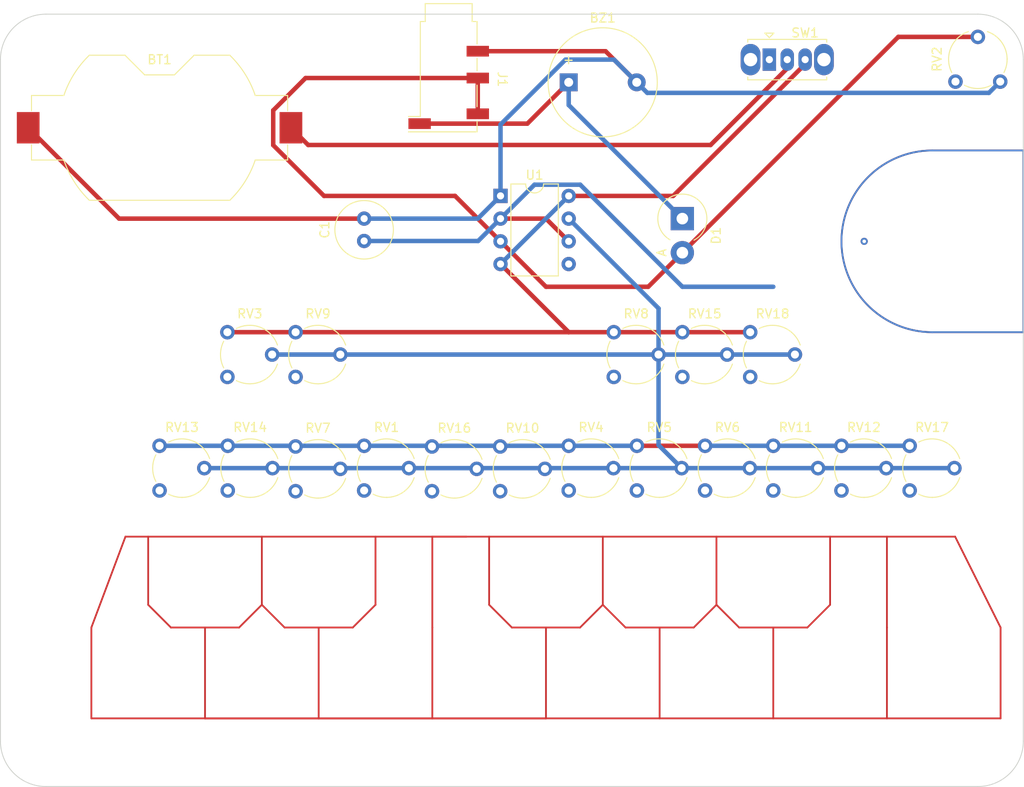
<source format=kicad_pcb>
(kicad_pcb (version 20221018) (generator pcbnew)
  (layers (0 "F.Cu" signal) (31 "B.Cu" signal) (34 "B.Paste" user) (35 "F.Paste" user) (36 "B.SilkS" user "B.Silkscreen") (37 "F.SilkS" user "F.Silkscreen") (38 "B.Mask" user) (39 "F.Mask" user) (44 "Edge.Cuts" user))
  (net 0 "")
  (net 1 "Net-(BT1-+)")
  (net 2 "Net-(BT1--)")
  (net 3 "Net-(BZ1--)")
  (net 4 "Net-(D1-A2)")
  (net 5 "Net-(U1-DIS)")
  (net 8 "Net-(U1-R)")
  (footprint "Potentiometer_THT:Potentiometer_Piher_PT-6-V_Vertical" (layer "F.Cu") (at 86.32 65.96)
    (fp_text reference "RV8" (at 2.5 -7.06) (layer "F.SilkS"))
    (fp_text value "R_Potentiometer" hide)
    (fp_arc (start -0.413387 -1.014798) (mid -0.770114 -2.499325) (end -0.414 -3.984) (stroke (width 0.12)) (layer "F.SilkS"))
    (fp_arc (start 1.016032 -5.413829) (mid 3.725524 -5.531609) (end 5.592 -3.564) (stroke (width 0.12)) (layer "F.SilkS"))
    (fp_arc (start 2.556863 0.770075) (mid 1.764071 0.686696) (end 1.015 0.414) (stroke (width 0.12)) (layer "F.SilkS"))
    (fp_arc (start 5.591846 -1.435392) (mid 4.398899 0.162158) (end 2.5 0.77) (stroke (width 0.12)) (layer "F.SilkS"))
    (pad "1" thru_hole circle (at 0 0) (size 1.62 1.62) (drill 0.9) (layers "*.Cu" "*.Mask") (net 2 "Net-(BT1--)"))
    (pad "2" thru_hole circle (at 5 -2.5) (size 1.62 1.62) (drill 0.9) (layers "*.Cu" "*.Mask") (net 5 "Net-(U1-DIS)"))
    (pad "3" thru_hole circle (at 0 -5) (size 1.62 1.62) (drill 0.9) (layers "*.Cu" "*.Mask") (net 8 "Net-(U1-R)"))
  )
  (footprint "Potentiometer_THT:Potentiometer_Piher_PT-6-V_Vertical" (layer "F.Cu") (at 43.14 65.96)
    (fp_text reference "RV3" (at 2.5 -7.06) (layer "F.SilkS"))
    (fp_text value "R_Potentiometer" hide)
    (fp_arc (start -0.413387 -1.014798) (mid -0.770114 -2.499325) (end -0.414 -3.984) (stroke (width 0.12)) (layer "F.SilkS"))
    (fp_arc (start 1.016032 -5.413829) (mid 3.725524 -5.531609) (end 5.592 -3.564) (stroke (width 0.12)) (layer "F.SilkS"))
    (fp_arc (start 2.556863 0.770075) (mid 1.764071 0.686696) (end 1.015 0.414) (stroke (width 0.12)) (layer "F.SilkS"))
    (fp_arc (start 5.591846 -1.435392) (mid 4.398899 0.162158) (end 2.5 0.77) (stroke (width 0.12)) (layer "F.SilkS"))
    (pad "1" thru_hole circle (at 0 0) (size 1.62 1.62) (drill 0.9) (layers "*.Cu" "*.Mask") (net 2 "Net-(BT1--)"))
    (pad "2" thru_hole circle (at 5 -2.5) (size 1.62 1.62) (drill 0.9) (layers "*.Cu" "*.Mask") (net 5 "Net-(U1-DIS)"))
    (pad "3" thru_hole circle (at 0 -5) (size 1.62 1.62) (drill 0.9) (layers "*.Cu" "*.Mask") (net 8 "Net-(U1-R)"))
  )
  (footprint "Potentiometer_THT:Potentiometer_Piher_PT-6-V_Vertical" (layer "F.Cu") (at 101.56 65.96)
    (fp_text reference "RV18" (at 2.5 -7.06) (layer "F.SilkS"))
    (fp_text value "R_Potentiometer" hide)
    (fp_arc (start -0.413387 -1.014798) (mid -0.770114 -2.499325) (end -0.414 -3.984) (stroke (width 0.12)) (layer "F.SilkS"))
    (fp_arc (start 1.016032 -5.413829) (mid 3.725524 -5.531609) (end 5.592 -3.564) (stroke (width 0.12)) (layer "F.SilkS"))
    (fp_arc (start 2.556863 0.770075) (mid 1.764071 0.686696) (end 1.015 0.414) (stroke (width 0.12)) (layer "F.SilkS"))
    (fp_arc (start 5.591846 -1.435392) (mid 4.398899 0.162158) (end 2.5 0.77) (stroke (width 0.12)) (layer "F.SilkS"))
    (pad "1" thru_hole circle (at 0 0) (size 1.62 1.62) (drill 0.9) (layers "*.Cu" "*.Mask") (net 2 "Net-(BT1--)"))
    (pad "2" thru_hole circle (at 5 -2.5) (size 1.62 1.62) (drill 0.9) (layers "*.Cu" "*.Mask") (net 5 "Net-(U1-DIS)"))
    (pad "3" thru_hole circle (at 0 -5) (size 1.62 1.62) (drill 0.9) (layers "*.Cu" "*.Mask") (net 8 "Net-(U1-R)"))
  )
  (footprint "Potentiometer_THT:Potentiometer_Piher_PT-6-V_Vertical" (layer "F.Cu") (at 66 78.74)
    (fp_text reference "RV16" (at 2.5 -7.06) (layer "F.SilkS"))
    (fp_text value "R_Potentiometer" hide)
    (fp_arc (start -0.413387 -1.014798) (mid -0.770114 -2.499325) (end -0.414 -3.984) (stroke (width 0.12)) (layer "F.SilkS"))
    (fp_arc (start 1.016032 -5.413829) (mid 3.725524 -5.531609) (end 5.592 -3.564) (stroke (width 0.12)) (layer "F.SilkS"))
    (fp_arc (start 2.556863 0.770075) (mid 1.764071 0.686696) (end 1.015 0.414) (stroke (width 0.12)) (layer "F.SilkS"))
    (fp_arc (start 5.591846 -1.435392) (mid 4.398899 0.162158) (end 2.5 0.77) (stroke (width 0.12)) (layer "F.SilkS"))
    (pad "1" thru_hole circle (at 0 0) (size 1.62 1.62) (drill 0.9) (layers "*.Cu" "*.Mask") (net 2 "Net-(BT1--)"))
    (pad "2" thru_hole circle (at 5 -2.5) (size 1.62 1.62) (drill 0.9) (layers "*.Cu" "*.Mask") (net 5 "Net-(U1-DIS)"))
    (pad "3" thru_hole circle (at 0 -5) (size 1.62 1.62) (drill 0.9) (layers "*.Cu" "*.Mask") (net 8 "Net-(U1-R)"))
  )
  (footprint "Potentiometer_THT:Potentiometer_Piher_PT-6-V_Vertical" (layer "F.Cu") (at 58.42 78.66)
    (fp_text reference "RV1" (at 2.5 -7.06) (layer "F.SilkS"))
    (fp_text value "R_Potentiometer" hide)
    (fp_arc (start -0.413387 -1.014798) (mid -0.770114 -2.499325) (end -0.414 -3.984) (stroke (width 0.12)) (layer "F.SilkS"))
    (fp_arc (start 1.016032 -5.413829) (mid 3.725524 -5.531609) (end 5.592 -3.564) (stroke (width 0.12)) (layer "F.SilkS"))
    (fp_arc (start 2.556863 0.770075) (mid 1.764071 0.686696) (end 1.015 0.414) (stroke (width 0.12)) (layer "F.SilkS"))
    (fp_arc (start 5.591846 -1.435392) (mid 4.398899 0.162158) (end 2.5 0.77) (stroke (width 0.12)) (layer "F.SilkS"))
    (pad "1" thru_hole circle (at 0 0) (size 1.62 1.62) (drill 0.9) (layers "*.Cu" "*.Mask") (net 2 "Net-(BT1--)"))
    (pad "2" thru_hole circle (at 5 -2.5) (size 1.62 1.62) (drill 0.9) (layers "*.Cu" "*.Mask") (net 5 "Net-(U1-DIS)"))
    (pad "3" thru_hole circle (at 0 -5) (size 1.62 1.62) (drill 0.9) (layers "*.Cu" "*.Mask") (net 8 "Net-(U1-R)"))
  )
  (footprint "Button_Switch_THT:SW_Slide_1P2T_CK_OS102011MS2Q" (layer "F.Cu") (at 103.7 30.48)
    (fp_text reference "SW1" (at 3.99 -2.99) (layer "F.SilkS"))
    (fp_text value "SW_MEC_5G")
    (fp_line (start -2.41 -2.26) (end 6.41 -2.26) (stroke (width 0.12)) (layer "F.SilkS"))
    (fp_line (start -2.41 -1.95) (end -2.41 -2.26) (stroke (width 0.12)) (layer "F.SilkS"))
    (fp_line (start -2.41 2.26) (end -2.41 1.95) (stroke (width 0.12)) (layer "F.SilkS"))
    (fp_line (start -0.5 -2.96) (end 0 -2.46) (stroke (width 0.12)) (layer "F.SilkS"))
    (fp_line (start 0 -2.46) (end 0.5 -2.96) (stroke (width 0.12)) (layer "F.SilkS"))
    (fp_line (start 0.5 -2.96) (end -0.5 -2.96) (stroke (width 0.12)) (layer "F.SilkS"))
    (fp_line (start 6.41 -2.26) (end 6.41 -1.95) (stroke (width 0.12)) (layer "F.SilkS"))
    (fp_line (start 6.41 2.26) (end -2.41 2.26) (stroke (width 0.12)) (layer "F.SilkS"))
    (fp_line (start 6.41 2.26) (end 6.41 1.95) (stroke (width 0.12)) (layer "F.SilkS"))
    (pad "" thru_hole oval (at -2.1 0) (size 2.2 3.5) (drill 1.5) (layers "*.Cu" "*.Mask"))
    (pad "" thru_hole oval (at 6.1 0) (size 2.2 3.5) (drill 1.5) (layers "*.Cu" "*.Mask"))
    (pad "1" thru_hole rect (at 0 0) (size 1.5 2.5) (drill 0.8) (layers "*.Cu" "*.Mask") (net 1 "Net-(BT1-+)"))
    (pad "2" thru_hole oval (at 2 0) (size 1.5 2.5) (drill 0.8) (layers "*.Cu" "*.Mask") (net 1 "Net-(BT1-+)"))
    (pad "3" thru_hole oval (at 4 0) (size 1.5 2.5) (drill 0.8) (layers "*.Cu" "*.Mask") (net 8 "Net-(U1-R)"))
  )
  (footprint "Potentiometer_THT:Potentiometer_Piher_PT-6-V_Vertical" (layer "F.Cu") (at 111.76 78.66)
    (fp_text reference "RV12" (at 2.5 -7.06) (layer "F.SilkS"))
    (fp_text value "R_Potentiometer" hide)
    (fp_arc (start -0.413387 -1.014798) (mid -0.770114 -2.499325) (end -0.414 -3.984) (stroke (width 0.12)) (layer "F.SilkS"))
    (fp_arc (start 1.016032 -5.413829) (mid 3.725524 -5.531609) (end 5.592 -3.564) (stroke (width 0.12)) (layer "F.SilkS"))
    (fp_arc (start 2.556863 0.770075) (mid 1.764071 0.686696) (end 1.015 0.414) (stroke (width 0.12)) (layer "F.SilkS"))
    (fp_arc (start 5.591846 -1.435392) (mid 4.398899 0.162158) (end 2.5 0.77) (stroke (width 0.12)) (layer "F.SilkS"))
    (pad "1" thru_hole circle (at 0 0) (size 1.62 1.62) (drill 0.9) (layers "*.Cu" "*.Mask") (net 2 "Net-(BT1--)"))
    (pad "2" thru_hole circle (at 5 -2.5) (size 1.62 1.62) (drill 0.9) (layers "*.Cu" "*.Mask") (net 5 "Net-(U1-DIS)"))
    (pad "3" thru_hole circle (at 0 -5) (size 1.62 1.62) (drill 0.9) (layers "*.Cu" "*.Mask") (net 8 "Net-(U1-R)"))
  )
  (footprint "Potentiometer_THT:Potentiometer_Piher_PT-6-V_Vertical" (layer "F.Cu") (at 129.5 32.94 90)
    (fp_text reference "RV2" (at 2.5 -7.06 90) (layer "F.SilkS"))
    (fp_text value "R_Potentiometer" hide)
    (fp_arc (start -0.413387 -1.014798) (mid -0.770114 -2.499325) (end -0.414 -3.984) (stroke (width 0.12)) (layer "F.SilkS"))
    (fp_arc (start 1.016032 -5.413829) (mid 3.725524 -5.531609) (end 5.592 -3.564) (stroke (width 0.12)) (layer "F.SilkS"))
    (fp_arc (start 2.556863 0.770075) (mid 1.764071 0.686696) (end 1.015 0.414) (stroke (width 0.12)) (layer "F.SilkS"))
    (fp_arc (start 5.591846 -1.435392) (mid 4.398899 0.162158) (end 2.5 0.77) (stroke (width 0.12)) (layer "F.SilkS"))
    (pad "1" thru_hole circle (at 0 0 90) (size 1.62 1.62) (drill 0.9) (layers "*.Cu" "*.Mask") (net 2 "Net-(BT1--)"))
    (pad "2" thru_hole circle (at 5 -2.5 90) (size 1.62 1.62) (drill 0.9) (layers "*.Cu" "*.Mask") (net 4 "Net-(D1-A2)"))
    (pad "3" thru_hole circle (at 0 -5 90) (size 1.62 1.62) (drill 0.9) (layers "*.Cu" "*.Mask"))
  )
  (footprint "Potentiometer_THT:Potentiometer_Piher_PT-6-V_Vertical" (layer "F.Cu") (at 73.62 78.74)
    (fp_text reference "RV10" (at 2.5 -7.06) (layer "F.SilkS"))
    (fp_text value "R_Potentiometer" hide)
    (fp_arc (start -0.413387 -1.014798) (mid -0.770114 -2.499325) (end -0.414 -3.984) (stroke (width 0.12)) (layer "F.SilkS"))
    (fp_arc (start 1.016032 -5.413829) (mid 3.725524 -5.531609) (end 5.592 -3.564) (stroke (width 0.12)) (layer "F.SilkS"))
    (fp_arc (start 2.556863 0.770075) (mid 1.764071 0.686696) (end 1.015 0.414) (stroke (width 0.12)) (layer "F.SilkS"))
    (fp_arc (start 5.591846 -1.435392) (mid 4.398899 0.162158) (end 2.5 0.77) (stroke (width 0.12)) (layer "F.SilkS"))
    (pad "1" thru_hole circle (at 0 0) (size 1.62 1.62) (drill 0.9) (layers "*.Cu" "*.Mask") (net 2 "Net-(BT1--)"))
    (pad "2" thru_hole circle (at 5 -2.5) (size 1.62 1.62) (drill 0.9) (layers "*.Cu" "*.Mask") (net 5 "Net-(U1-DIS)"))
    (pad "3" thru_hole circle (at 0 -5) (size 1.62 1.62) (drill 0.9) (layers "*.Cu" "*.Mask") (net 8 "Net-(U1-R)"))
  )
  (footprint "Connector_Audio:Jack_3.5mm_KoreanHropartsElec_PJ-320D-4A_Horizontal" (layer "F.Cu") (at 67.87 32.69 -90)
    (fp_text reference "J1" (at 0 -6 -90 unlocked) (layer "F.SilkS"))
    (fp_text value "AudioJack4")
    (fp_line (start -8.47 -2.62) (end -6.47 -2.62) (stroke (width 0.12)) (layer "F.SilkS"))
    (fp_line (start -8.47 2.62) (end -8.47 -2.62) (stroke (width 0.12)) (layer "F.SilkS"))
    (fp_line (start -6.47 -3.17) (end -3.95 -3.17) (stroke (width 0.12)) (layer "F.SilkS"))
    (fp_line (start -6.47 -2.62) (end -6.47 -3.17) (stroke (width 0.12)) (layer "F.SilkS"))
    (fp_line (start -6.47 2.62) (end -8.47 2.62) (stroke (width 0.12)) (layer "F.SilkS"))
    (fp_line (start -6.47 3.17) (end -6.47 2.62) (stroke (width 0.12)) (layer "F.SilkS"))
    (fp_line (start -2.35 -3.17) (end -0.95 -3.17) (stroke (width 0.12)) (layer "F.SilkS"))
    (fp_line (start 0.65 -3.17) (end 3.05 -3.17) (stroke (width 0.12)) (layer "F.SilkS"))
    (fp_line (start 4.15 3.17) (end -6.47 3.17) (stroke (width 0.12)) (layer "F.SilkS"))
    (fp_line (start 4.15 4.5) (end 4.15 3.17) (stroke (width 0.12)) (layer "F.SilkS"))
    (fp_line (start 5.87 -3.17) (end 4.65 -3.17) (stroke (width 0.12)) (layer "F.SilkS"))
    (fp_line (start 5.87 -3.17) (end 5.87 4.5) (stroke (width 0.12)) (layer "F.SilkS"))
    (pad "" np_thru_hole circle (at -4.75 0 270) (size 1.6 1.6) (drill 1.6) (layers "F&B.Cu" "*.Mask"))
    (pad "" np_thru_hole circle (at 2.25 0 270) (size 1.6 1.6) (drill 1.6) (layers "F&B.Cu" "*.Mask"))
    (pad "R1" smd rect (at -0.15 -3.25 270) (size 1.2 2.5) (layers "F.Cu" "F.Paste" "F.Mask") (net 4 "Net-(D1-A2)"))
    (pad "R2" smd rect (at -3.15 -3.25 270) (size 1.2 2.5) (layers "F.Cu" "F.Paste" "F.Mask") (net 2 "Net-(BT1--)"))
    (pad "S" smd rect (at 4.95 3.25 270) (size 1.2 2.5) (layers "F.Cu" "F.Paste" "F.Mask") (net 3 "Net-(BZ1--)"))
    (pad "T" smd rect (at 3.85 -3.25 270) (size 1.2 2.5) (layers "F.Cu" "F.Paste" "F.Mask") (net 4 "Net-(D1-A2)"))
  )
  (footprint "Potentiometer_THT:Potentiometer_Piher_PT-6-V_Vertical" (layer "F.Cu") (at 43.18 78.66)
    (fp_text reference "RV14" (at 2.5 -7.06) (layer "F.SilkS"))
    (fp_text value "R_Potentiometer" hide)
    (fp_arc (start -0.413387 -1.014798) (mid -0.770114 -2.499325) (end -0.414 -3.984) (stroke (width 0.12)) (layer "F.SilkS"))
    (fp_arc (start 1.016032 -5.413829) (mid 3.725524 -5.531609) (end 5.592 -3.564) (stroke (width 0.12)) (layer "F.SilkS"))
    (fp_arc (start 2.556863 0.770075) (mid 1.764071 0.686696) (end 1.015 0.414) (stroke (width 0.12)) (layer "F.SilkS"))
    (fp_arc (start 5.591846 -1.435392) (mid 4.398899 0.162158) (end 2.5 0.77) (stroke (width 0.12)) (layer "F.SilkS"))
    (pad "1" thru_hole circle (at 0 0) (size 1.62 1.62) (drill 0.9) (layers "*.Cu" "*.Mask") (net 2 "Net-(BT1--)"))
    (pad "2" thru_hole circle (at 5 -2.5) (size 1.62 1.62) (drill 0.9) (layers "*.Cu" "*.Mask") (net 5 "Net-(U1-DIS)"))
    (pad "3" thru_hole circle (at 0 -5) (size 1.62 1.62) (drill 0.9) (layers "*.Cu" "*.Mask") (net 8 "Net-(U1-R)"))
  )
  (footprint "Potentiometer_THT:Potentiometer_Piher_PT-6-V_Vertical" (layer "F.Cu") (at 104.14 78.66)
    (fp_text reference "RV11" (at 2.5 -7.06) (layer "F.SilkS"))
    (fp_text value "R_Potentiometer" hide)
    (fp_arc (start -0.413387 -1.014798) (mid -0.770114 -2.499325) (end -0.414 -3.984) (stroke (width 0.12)) (layer "F.SilkS"))
    (fp_arc (start 1.016032 -5.413829) (mid 3.725524 -5.531609) (end 5.592 -3.564) (stroke (width 0.12)) (layer "F.SilkS"))
    (fp_arc (start 2.556863 0.770075) (mid 1.764071 0.686696) (end 1.015 0.414) (stroke (width 0.12)) (layer "F.SilkS"))
    (fp_arc (start 5.591846 -1.435392) (mid 4.398899 0.162158) (end 2.5 0.77) (stroke (width 0.12)) (layer "F.SilkS"))
    (pad "1" thru_hole circle (at 0 0) (size 1.62 1.62) (drill 0.9) (layers "*.Cu" "*.Mask") (net 2 "Net-(BT1--)"))
    (pad "2" thru_hole circle (at 5 -2.5) (size 1.62 1.62) (drill 0.9) (layers "*.Cu" "*.Mask") (net 5 "Net-(U1-DIS)"))
    (pad "3" thru_hole circle (at 0 -5) (size 1.62 1.62) (drill 0.9) (layers "*.Cu" "*.Mask") (net 8 "Net-(U1-R)"))
  )
  (footprint "Potentiometer_THT:Potentiometer_Piher_PT-6-V_Vertical" (layer "F.Cu") (at 96.52 78.66)
    (fp_text reference "RV6" (at 2.5 -7.06) (layer "F.SilkS"))
    (fp_text value "R_Potentiometer" hide)
    (fp_arc (start -0.413387 -1.014798) (mid -0.770114 -2.499325) (end -0.414 -3.984) (stroke (width 0.12)) (layer "F.SilkS"))
    (fp_arc (start 1.016032 -5.413829) (mid 3.725524 -5.531609) (end 5.592 -3.564) (stroke (width 0.12)) (layer "F.SilkS"))
    (fp_arc (start 2.556863 0.770075) (mid 1.764071 0.686696) (end 1.015 0.414) (stroke (width 0.12)) (layer "F.SilkS"))
    (fp_arc (start 5.591846 -1.435392) (mid 4.398899 0.162158) (end 2.5 0.77) (stroke (width 0.12)) (layer "F.SilkS"))
    (pad "1" thru_hole circle (at 0 0) (size 1.62 1.62) (drill 0.9) (layers "*.Cu" "*.Mask") (net 2 "Net-(BT1--)"))
    (pad "2" thru_hole circle (at 5 -2.5) (size 1.62 1.62) (drill 0.9) (layers "*.Cu" "*.Mask") (net 5 "Net-(U1-DIS)"))
    (pad "3" thru_hole circle (at 0 -5) (size 1.62 1.62) (drill 0.9) (layers "*.Cu" "*.Mask") (net 8 "Net-(U1-R)"))
  )
  (footprint "Potentiometer_THT:Potentiometer_Piher_PT-6-V_Vertical" (layer "F.Cu") (at 50.76 78.74)
    (fp_text reference "RV7" (at 2.5 -7.06) (layer "F.SilkS"))
    (fp_text value "R_Potentiometer" hide)
    (fp_arc (start -0.413387 -1.014798) (mid -0.770114 -2.499325) (end -0.414 -3.984) (stroke (width 0.12)) (layer "F.SilkS"))
    (fp_arc (start 1.016032 -5.413829) (mid 3.725524 -5.531609) (end 5.592 -3.564) (stroke (width 0.12)) (layer "F.SilkS"))
    (fp_arc (start 2.556863 0.770075) (mid 1.764071 0.686696) (end 1.015 0.414) (stroke (width 0.12)) (layer "F.SilkS"))
    (fp_arc (start 5.591846 -1.435392) (mid 4.398899 0.162158) (end 2.5 0.77) (stroke (width 0.12)) (layer "F.SilkS"))
    (pad "1" thru_hole circle (at 0 0) (size 1.62 1.62) (drill 0.9) (layers "*.Cu" "*.Mask") (net 2 "Net-(BT1--)"))
    (pad "2" thru_hole circle (at 5 -2.5) (size 1.62 1.62) (drill 0.9) (layers "*.Cu" "*.Mask") (net 5 "Net-(U1-DIS)"))
    (pad "3" thru_hole circle (at 0 -5) (size 1.62 1.62) (drill 0.9) (layers "*.Cu" "*.Mask") (net 8 "Net-(U1-R)"))
  )
  (footprint "Buzzer_Beeper:Buzzer_12x9.5RM7.6" (layer "F.Cu") (at 81.28 33.02)
    (fp_text reference "BZ1" (at 3.8 -7.2) (layer "F.SilkS"))
    (fp_text value "Buzzer")
    (fp_text user "+" (at -0.01 -2.54) (layer "F.SilkS"))
    (fp_circle (center 3.8 0) (end 9.9 0) (stroke (width 0.12)) (fill none) (layer "F.SilkS"))
    (pad "1" thru_hole rect (at 0 0) (size 2 2) (drill 1) (layers "*.Cu" "*.Mask") (net 3 "Net-(BZ1--)"))
    (pad "2" thru_hole circle (at 7.6 0) (size 2 2) (drill 1) (layers "*.Cu" "*.Mask") (net 2 "Net-(BT1--)"))
  )
  (footprint "Capacitor_THT:C_Radial_D6.3mm_H5.0mm_P2.50mm" (layer "F.Cu") (at 58.42 50.76 90)
    (fp_text reference "C1" (at 1.25 -4.4 90) (layer "F.SilkS"))
    (fp_text value "C")
    (fp_circle (center 1.25 0) (end 4.52 0) (stroke (width 0.12)) (fill none) (layer "F.SilkS"))
    (pad "1" thru_hole circle (at 0 0 90) (size 1.6 1.6) (drill 0.8) (layers "*.Cu" "*.Mask") (net 2 "Net-(BT1--)"))
    (pad "2" thru_hole circle (at 2.5 0 90) (size 1.6 1.6) (drill 0.8) (layers "*.Cu" "*.Mask") (net 2 "Net-(BT1--)"))
  )
  (footprint "Package_DIP:DIP-8_W7.62mm" (layer "F.Cu") (at 73.66 45.72)
    (fp_text reference "U1" (at 3.81 -2.33) (layer "F.SilkS"))
    (fp_text value "NE555P")
    (fp_line (start 1.16 -1.33) (end 1.16 8.95) (stroke (width 0.12)) (layer "F.SilkS"))
    (fp_line (start 1.16 8.95) (end 6.46 8.95) (stroke (width 0.12)) (layer "F.SilkS"))
    (fp_line (start 2.81 -1.33) (end 1.16 -1.33) (stroke (width 0.12)) (layer "F.SilkS"))
    (fp_line (start 6.46 -1.33) (end 4.81 -1.33) (stroke (width 0.12)) (layer "F.SilkS"))
    (fp_line (start 6.46 8.95) (end 6.46 -1.33) (stroke (width 0.12)) (layer "F.SilkS"))
    (fp_arc (start 4.81 -1.33) (mid 3.81 -0.33) (end 2.81 -1.33) (stroke (width 0.12)) (layer "F.SilkS"))
    (pad "1" thru_hole rect (at 0 0) (size 1.6 1.6) (drill 0.8) (layers "*.Cu" "*.Mask") (net 2 "Net-(BT1--)"))
    (pad "2" thru_hole oval (at 0 2.54) (size 1.6 1.6) (drill 0.8) (layers "*.Cu" "*.Mask") (net 2 "Net-(BT1--)"))
    (pad "3" thru_hole oval (at 0 5.08) (size 1.6 1.6) (drill 0.8) (layers "*.Cu" "*.Mask") (net 4 "Net-(D1-A2)"))
    (pad "4" thru_hole oval (at 0 7.62) (size 1.6 1.6) (drill 0.8) (layers "*.Cu" "*.Mask") (net 8 "Net-(U1-R)"))
    (pad "5" thru_hole oval (at 7.62 7.62) (size 1.6 1.6) (drill 0.8) (layers "*.Cu" "*.Mask"))
    (pad "6" thru_hole oval (at 7.62 5.08) (size 1.6 1.6) (drill 0.8) (layers "*.Cu" "*.Mask") (net 2 "Net-(BT1--)"))
    (pad "7" thru_hole oval (at 7.62 2.54) (size 1.6 1.6) (drill 0.8) (layers "*.Cu" "*.Mask") (net 5 "Net-(U1-DIS)"))
    (pad "8" thru_hole oval (at 7.62 0) (size 1.6 1.6) (drill 0.8) (layers "*.Cu" "*.Mask") (net 8 "Net-(U1-R)"))
  )
  (footprint "Diode_THT:D_DO-201AE_P3.81mm_Vertical_AnodeUp" (layer "F.Cu") (at 93.98 48.26 -90)
    (fp_text reference "D1" (at 1.905 -3.77 90) (layer "F.SilkS"))
    (fp_text value "1.5KExxA")
    (fp_text user "A" (at 3.81 2.3 90) (layer "F.SilkS"))
    (fp_arc (start 2.361782 1.391144) (mid -2.74054 -0.052312) (end 2.413151 -1.3) (stroke (width 0.12)) (layer "F.SilkS"))
    (pad "1" thru_hole rect (at 0 0 270) (size 2.6 2.6) (drill 1.3) (layers "*.Cu" "*.Mask") (net 3 "Net-(BZ1--)"))
    (pad "2" thru_hole oval (at 3.81 0 270) (size 2.6 2.6) (drill 1.3) (layers "*.Cu" "*.Mask") (net 4 "Net-(D1-A2)"))
  )
  (footprint "Potentiometer_THT:Potentiometer_Piher_PT-6-V_Vertical" (layer "F.Cu") (at 119.38 78.66)
    (fp_text reference "RV17" (at 2.5 -7.06) (layer "F.SilkS"))
    (fp_text value "R_Potentiometer" hide)
    (fp_arc (start -0.413387 -1.014798) (mid -0.770114 -2.499325) (end -0.414 -3.984) (stroke (width 0.12)) (layer "F.SilkS"))
    (fp_arc (start 1.016032 -5.413829) (mid 3.725524 -5.531609) (end 5.592 -3.564) (stroke (width 0.12)) (layer "F.SilkS"))
    (fp_arc (start 2.556863 0.770075) (mid 1.764071 0.686696) (end 1.015 0.414) (stroke (width 0.12)) (layer "F.SilkS"))
    (fp_arc (start 5.591846 -1.435392) (mid 4.398899 0.162158) (end 2.5 0.77) (stroke (width 0.12)) (layer "F.SilkS"))
    (pad "1" thru_hole circle (at 0 0) (size 1.62 1.62) (drill 0.9) (layers "*.Cu" "*.Mask") (net 2 "Net-(BT1--)"))
    (pad "2" thru_hole circle (at 5 -2.5) (size 1.62 1.62) (drill 0.9) (layers "*.Cu" "*.Mask") (net 5 "Net-(U1-DIS)"))
    (pad "3" thru_hole circle (at 0 -5) (size 1.62 1.62) (drill 0.9) (layers "*.Cu" "*.Mask") (net 8 "Net-(U1-R)"))
  )
  (footprint "Potentiometer_THT:Potentiometer_Piher_PT-6-V_Vertical" (layer "F.Cu") (at 93.98 65.96)
    (fp_text reference "RV15" (at 2.5 -7.06) (layer "F.SilkS"))
    (fp_text value "R_Potentiometer" hide)
    (fp_arc (start -0.413387 -1.014798) (mid -0.770114 -2.499325) (end -0.414 -3.984) (stroke (width 0.12)) (layer "F.SilkS"))
    (fp_arc (start 1.016032 -5.413829) (mid 3.725524 -5.531609) (end 5.592 -3.564) (stroke (width 0.12)) (layer "F.SilkS"))
    (fp_arc (start 2.556863 0.770075) (mid 1.764071 0.686696) (end 1.015 0.414) (stroke (width 0.12)) (layer "F.SilkS"))
    (fp_arc (start 5.591846 -1.435392) (mid 4.398899 0.162158) (end 2.5 0.77) (stroke (width 0.12)) (layer "F.SilkS"))
    (pad "1" thru_hole circle (at 0 0) (size 1.62 1.62) (drill 0.9) (layers "*.Cu" "*.Mask") (net 2 "Net-(BT1--)"))
    (pad "2" thru_hole circle (at 5 -2.5) (size 1.62 1.62) (drill 0.9) (layers "*.Cu" "*.Mask") (net 5 "Net-(U1-DIS)"))
    (pad "3" thru_hole circle (at 0 -5) (size 1.62 1.62) (drill 0.9) (layers "*.Cu" "*.Mask") (net 8 "Net-(U1-R)"))
  )
  (footprint "Potentiometer_THT:Potentiometer_Piher_PT-6-V_Vertical" (layer "F.Cu") (at 88.9 78.66)
    (fp_text reference "RV5" (at 2.5 -7.06) (layer "F.SilkS"))
    (fp_text value "R_Potentiometer" hide)
    (fp_arc (start -0.413387 -1.014798) (mid -0.770114 -2.499325) (end -0.414 -3.984) (stroke (width 0.12)) (layer "F.SilkS"))
    (fp_arc (start 1.016032 -5.413829) (mid 3.725524 -5.531609) (end 5.592 -3.564) (stroke (width 0.12)) (layer "F.SilkS"))
    (fp_arc (start 2.556863 0.770075) (mid 1.764071 0.686696) (end 1.015 0.414) (stroke (width 0.12)) (layer "F.SilkS"))
    (fp_arc (start 5.591846 -1.435392) (mid 4.398899 0.162158) (end 2.5 0.77) (stroke (width 0.12)) (layer "F.SilkS"))
    (pad "1" thru_hole circle (at 0 0) (size 1.62 1.62) (drill 0.9) (layers "*.Cu" "*.Mask") (net 2 "Net-(BT1--)"))
    (pad "2" thru_hole circle (at 5 -2.5) (size 1.62 1.62) (drill 0.9) (layers "*.Cu" "*.Mask") (net 5 "Net-(U1-DIS)"))
    (pad "3" thru_hole circle (at 0 -5) (size 1.62 1.62) (drill 0.9) (layers "*.Cu" "*.Mask") (net 8 "Net-(U1-R)"))
  )
  (footprint "Potentiometer_THT:Potentiometer_Piher_PT-6-V_Vertical" (layer "F.Cu") (at 50.76 65.96)
    (fp_text reference "RV9" (at 2.5 -7.06) (layer "F.SilkS"))
    (fp_text value "R_Potentiometer" hide)
    (fp_arc (start -0.413387 -1.014798) (mid -0.770114 -2.499325) (end -0.414 -3.984) (stroke (width 0.12)) (layer "F.SilkS"))
    (fp_arc (start 1.016032 -5.413829) (mid 3.725524 -5.531609) (end 5.592 -3.564) (stroke (width 0.12)) (layer "F.SilkS"))
    (fp_arc (start 2.556863 0.770075) (mid 1.764071 0.686696) (end 1.015 0.414) (stroke (width 0.12)) (layer "F.SilkS"))
    (fp_arc (start 5.591846 -1.435392) (mid 4.398899 0.162158) (end 2.5 0.77) (stroke (width 0.12)) (layer "F.SilkS"))
    (pad "1" thru_hole circle (at 0 0) (size 1.62 1.62) (drill 0.9) (layers "*.Cu" "*.Mask") (net 2 "Net-(BT1--)"))
    (pad "2" thru_hole circle (at 5 -2.5) (size 1.62 1.62) (drill 0.9) (layers "*.Cu" "*.Mask") (net 5 "Net-(U1-DIS)"))
    (pad "3" thru_hole circle (at 0 -5) (size 1.62 1.62) (drill 0.9) (layers "*.Cu" "*.Mask") (net 8 "Net-(U1-R)"))
  )
  (footprint "Battery:BatteryHolder_Keystone_1058_1x2032" (layer "F.Cu") (at 35.56 38.1 180)
    (fp_text reference "BT1" (at 0 7.62) (layer "F.SilkS"))
    (fp_text value "Battery")
    (fp_line (start -14.31 -3.61) (end -10.692 -3.61) (stroke (width 0.12)) (layer "F.SilkS"))
    (fp_line (start -14.31 -1.9) (end -14.31 -3.61) (stroke (width 0.12)) (layer "F.SilkS"))
    (fp_line (start -14.31 1.9) (end -14.31 3.61) (stroke (width 0.12)) (layer "F.SilkS"))
    (fp_line (start -10.692 3.61) (end -14.31 3.61) (stroke (width 0.12)) (layer "F.SilkS"))
    (fp_line (start -7.8473 -8.11) (end 7.8473 -8.11) (stroke (width 0.12)) (layer "F.SilkS"))
    (fp_line (start -3.86 8.11) (end -7.8473 8.11) (stroke (width 0.12)) (layer "F.SilkS"))
    (fp_line (start -1.66 5.91) (end -3.86 8.11) (stroke (width 0.12)) (layer "F.SilkS"))
    (fp_line (start 1.66 5.91) (end -1.66 5.91) (stroke (width 0.12)) (layer "F.SilkS"))
    (fp_line (start 1.66 5.91) (end 3.86 8.11) (stroke (width 0.12)) (layer "F.SilkS"))
    (fp_line (start 7.8473 8.11) (end 3.86 8.11) (stroke (width 0.12)) (layer "F.SilkS"))
    (fp_line (start 10.692 -3.61) (end 14.31 -3.61) (stroke (width 0.12)) (layer "F.SilkS"))
    (fp_line (start 14.31 -1.9) (end 14.31 -3.61) (stroke (width 0.12)) (layer "F.SilkS"))
    (fp_line (start 14.31 1.9) (end 14.31 3.61) (stroke (width 0.12)) (layer "F.SilkS"))
    (fp_line (start 14.31 3.61) (end 10.692 3.61) (stroke (width 0.12)) (layer "F.SilkS"))
    (fp_arc (start -10.692 -3.61) (mid -9.538084 -6.031244) (end -7.845371 -8.111789) (stroke (width 0.12)) (layer "F.SilkS"))
    (fp_arc (start -7.845371 8.111789) (mid -9.538085 6.031244) (end -10.692 3.61) (stroke (width 0.12)) (layer "F.SilkS"))
    (fp_arc (start 7.845371 -8.111789) (mid 9.538085 -6.031244) (end 10.692 -3.61) (stroke (width 0.12)) (layer "F.SilkS"))
    (fp_arc (start 10.692 3.61) (mid 9.538084 6.031244) (end 7.845371 8.111789) (stroke (width 0.12)) (layer "F.SilkS"))
    (pad "1" smd rect (at -14.68 0 180) (size 2.54 3.51) (layers "F.Cu" "F.Paste" "F.Mask") (net 1 "Net-(BT1-+)"))
    (pad "2" smd rect (at 14.68 0 180) (size 2.54 3.51) (layers "F.Cu" "F.Paste" "F.Mask") (net 2 "Net-(BT1--)"))
  )
  (footprint "Potentiometer_THT:Potentiometer_Piher_PT-6-V_Vertical" (layer "F.Cu") (at 81.28 78.66)
    (fp_text reference "RV4" (at 2.5 -7.06) (layer "F.SilkS"))
    (fp_text value "R_Potentiometer" hide)
    (fp_arc (start -0.413387 -1.014798) (mid -0.770114 -2.499325) (end -0.414 -3.984) (stroke (width 0.12)) (layer "F.SilkS"))
    (fp_arc (start 1.016032 -5.413829) (mid 3.725524 -5.531609) (end 5.592 -3.564) (stroke (width 0.12)) (layer "F.SilkS"))
    (fp_arc (start 2.556863 0.770075) (mid 1.764071 0.686696) (end 1.015 0.414) (stroke (width 0.12)) (layer "F.SilkS"))
    (fp_arc (start 5.591846 -1.435392) (mid 4.398899 0.162158) (end 2.5 0.77) (stroke (width 0.12)) (layer "F.SilkS"))
    (pad "1" thru_hole circle (at 0 0) (size 1.62 1.62) (drill 0.9) (layers "*.Cu" "*.Mask") (net 2 "Net-(BT1--)"))
    (pad "2" thru_hole circle (at 5 -2.5) (size 1.62 1.62) (drill 0.9) (layers "*.Cu" "*.Mask") (net 5 "Net-(U1-DIS)"))
    (pad "3" thru_hole circle (at 0 -5) (size 1.62 1.62) (drill 0.9) (layers "*.Cu" "*.Mask") (net 8 "Net-(U1-R)"))
  )
  (footprint "Potentiometer_THT:Potentiometer_Piher_PT-6-V_Vertical" (layer "F.Cu") (at 35.56 78.66)
    (fp_text reference "RV13" (at 2.5 -7.06) (layer "F.SilkS"))
    (fp_text value "R_Potentiometer" hide)
    (fp_arc (start -0.413387 -1.014798) (mid -0.770114 -2.499325) (end -0.414 -3.984) (stroke (width 0.12)) (layer "F.SilkS"))
    (fp_arc (start 1.016032 -5.413829) (mid 3.725524 -5.531609) (end 5.592 -3.564) (stroke (width 0.12)) (layer "F.SilkS"))
    (fp_arc (start 2.556863 0.770075) (mid 1.764071 0.686696) (end 1.015 0.414) (stroke (width 0.12)) (layer "F.SilkS"))
    (fp_arc (start 5.591846 -1.435392) (mid 4.398899 0.162158) (end 2.5 0.77) (stroke (width 0.12)) (layer "F.SilkS"))
    (pad "1" thru_hole circle (at 0 0) (size 1.62 1.62) (drill 0.9) (layers "*.Cu" "*.Mask") (net 2 "Net-(BT1--)"))
    (pad "2" thru_hole circle (at 5 -2.5) (size 1.62 1.62) (drill 0.9) (layers "*.Cu" "*.Mask") (net 5 "Net-(U1-DIS)"))
    (pad "3" thru_hole circle (at 0 -5) (size 1.62 1.62) (drill 0.9) (layers "*.Cu" "*.Mask") (net 8 "Net-(U1-R)"))
  )
  (gr_line (start 129.54 104.14) (end 27.94 104.14) (stroke (width 0.2)) (layer "F.Cu"))
  (gr_line (start 104.14 93.98) (end 104.14 104.14) (stroke (width 0.2)) (layer "F.Cu"))
  (gr_line (start 110.49 91.44) (end 110.49 83.82) (stroke (width 0.2)) (layer "F.Cu"))
  (gr_line (start 66.04 104.14) (end 78.74 104.14) (stroke (width 0.2)) (layer "F.Cu"))
  (gr_line (start 129.54 93.98) (end 124.46 83.82) (stroke (width 0.2)) (layer "F.Cu"))
  (gr_line (start 49.53 93.98) (end 57.15 93.98) (stroke (width 0.2)) (layer "F.Cu"))
  (gr_line (start 40.64 104.14) (end 40.64 93.98) (stroke (width 0.2)) (layer "F.Cu"))
  (gr_line (start 85.09 91.44) (end 87.63 93.98) (stroke (width 0.2)) (layer "F.Cu"))
  (gr_line (start 27.94 93.98) (end 31.75 83.82) (stroke (width 0.2)) (layer "F.Cu"))
  (gr_line (start 95.25 93.98) (end 97.79 91.44) (stroke (width 0.2)) (layer "F.Cu"))
  (gr_line (start 66.04 83.82) (end 69.85 83.82) (stroke (width 0.2)) (layer "F.Cu"))
  (gr_line (start 78.74 93.98) (end 78.74 104.14) (stroke (width 0.2)) (layer "F.Cu"))
  (gr_line (start 66.04 93.98) (end 66.04 83.82) (stroke (width 0.2)) (layer "F.Cu"))
  (gr_line (start 59.69 91.44) (end 59.69 83.82) (stroke (width 0.2)) (layer "F.Cu"))
  (gr_line (start 132.08 60.96) (end 132.08 40.64) (stroke (width 0.2)) (layer "F.Cu"))
  (gr_line (start 132.08 40.64) (end 121.92 40.64) (stroke (width 0.2)) (layer "F.Cu"))
  (gr_line (start 82.55 93.98) (end 85.09 91.44) (stroke (width 0.2)) (layer "F.Cu"))
  (gr_line (start 44.45 93.98) (end 36.83 93.98) (stroke (width 0.2)) (layer "F.Cu"))
  (gr_line (start 46.99 91.44) (end 46.99 83.82) (stroke (width 0.2)) (layer "F.Cu"))
  (gr_line (start 97.79 91.44) (end 97.79 83.82) (stroke (width 0.2)) (layer "F.Cu"))
  (gr_line (start 66.04 104.14) (end 66.04 93.98) (stroke (width 0.2)) (layer "F.Cu"))
  (gr_line (start 53.34 104.14) (end 53.34 93.98) (stroke (width 0.2)) (layer "F.Cu"))
  (gr_line (start 72.39 83.82) (end 72.39 91.44) (stroke (width 0.2)) (layer "F.Cu"))
  (gr_line (start 31.75 83.82) (end 124.46 83.82) (stroke (width 0.2)) (layer "F.Cu"))
  (gr_line (start 100.33 93.98) (end 107.95 93.98) (stroke (width 0.2)) (layer "F.Cu"))
  (gr_line (start 34.29 91.44) (end 34.29 83.82) (stroke (width 0.2)) (layer "F.Cu"))
  (gr_line (start 40.64 104.14) (end 53.34 104.14) (stroke (width 0.2)) (layer "F.Cu"))
  (gr_line (start 97.79 91.44) (end 100.33 93.98) (stroke (width 0.2)) (layer "F.Cu"))
  (gr_line (start 107.95 93.98) (end 110.49 91.44) (stroke (width 0.2)) (layer "F.Cu"))
  (gr_line (start 44.45 93.98) (end 46.99 91.44) (stroke (width 0.2)) (layer "F.Cu"))
  (gr_line (start 27.94 104.14) (end 27.94 93.98) (stroke (width 0.2)) (layer "F.Cu"))
  (gr_line (start 53.34 104.14) (end 66.04 104.14) (stroke (width 0.2)) (layer "F.Cu"))
  (gr_line (start 46.99 91.44) (end 49.53 93.98) (stroke (width 0.2)) (layer "F.Cu"))
  (gr_line (start 74.93 93.98) (end 82.55 93.98) (stroke (width 0.2)) (layer "F.Cu"))
  (gr_line (start 129.54 104.14) (end 129.54 93.98) (stroke (width 0.2)) (layer "F.Cu"))
  (gr_line (start 36.83 93.98) (end 34.29 91.44) (stroke (width 0.2)) (layer "F.Cu"))
  (gr_line (start 116.84 93.98) (end 116.84 83.82) (stroke (width 0.2)) (layer "F.Cu"))
  (gr_line (start 121.92 60.96) (end 132.08 60.96) (stroke (width 0.2)) (layer "F.Cu"))
  (gr_line (start 116.84 93.98) (end 116.84 104.14) (stroke (width 0.2)) (layer "F.Cu"))
  (gr_line (start 57.15 93.98) (end 59.69 91.44) (stroke (width 0.2)) (layer "F.Cu"))
  (gr_line (start 91.44 93.98) (end 91.44 104.14) (stroke (width 0.2)) (layer "F.Cu"))
  (gr_arc (start 121.92 60.96) (mid 111.76 50.8) (end 121.92 40.64) (stroke (width 0.2)) (layer "F.Cu"))
  (gr_line (start 87.63 93.98) (end 95.25 93.98) (stroke (width 0.2)) (layer "F.Cu"))
  (gr_line (start 85.09 91.44) (end 85.09 83.82) (stroke (width 0.2)) (layer "F.Cu"))
  (gr_line (start 72.39 91.44) (end 74.93 93.98) (stroke (width 0.2)) (layer "F.Cu"))
  (gr_arc (start 121.92 60.96) (mid 111.76 50.8) (end 121.92 40.64) (stroke (width 0.2)) (layer "B.Cu"))
  (gr_line (start 132.08 40.64) (end 132.08 60.96) (stroke (width 0.2)) (layer "B.Cu"))
  (gr_line (start 121.92 40.64) (end 132.08 40.64) (stroke (width 0.2)) (layer "B.Cu"))
  (gr_line (start 132.08 60.96) (end 121.92 60.96) (stroke (width 0.2)) (layer "B.Cu"))
  (gr_line (start 17.78 106.68) (end 17.78 30.48) (stroke (width 0.1)) (layer "Edge.Cuts"))
  (gr_line (start 132.08 30.48) (end 132.08 106.68) (stroke (width 0.1)) (layer "Edge.Cuts"))
  (gr_line (start 127 111.76) (end 22.86 111.76) (stroke (width 0.1)) (layer "Edge.Cuts"))
  (gr_line (start 22.86 25.4) (end 127 25.4) (stroke (width 0.1)) (layer "Edge.Cuts"))
  (gr_arc (start 22.86 111.76) (mid 19.267898 110.272102) (end 17.78 106.68) (stroke (width 0.1)) (layer "Edge.Cuts"))
  (gr_arc (start 127 25.4) (mid 130.592102 26.887898) (end 132.08 30.48) (stroke (width 0.1)) (layer "Edge.Cuts"))
  (gr_arc (start 17.78 30.48) (mid 19.267898 26.887898) (end 22.86 25.4) (stroke (width 0.1)) (layer "Edge.Cuts"))
  (gr_arc (start 132.08 106.68) (mid 130.592102 110.272102) (end 127 111.76) (stroke (width 0.1)) (layer "Edge.Cuts"))
  (via (at 114.3 50.8) (size 0.8) (drill 0.4) (layers "F.Cu" "B.Cu") (net 0))
  (segment (start 105.7 31.46) (end 97.135 40.025) (width 0.5) (layer "F.Cu") (net 1))
  (segment (start 97.135 40.025) (end 52.165 40.025) (width 0.5) (layer "F.Cu") (net 1))
  (segment (start 105.7 30.48) (end 105.7 31.46) (width 0.5) (layer "F.Cu") (net 1))
  (segment (start 52.165 40.025) (end 50.24 38.1) (width 0.5) (layer "F.Cu") (net 1))
  (segment (start 88.88 33.02) (end 85.4 29.54) (width 0.5) (layer "F.Cu") (net 2))
  (segment (start 20.88 38.1) (end 31.04 48.26) (width 0.5) (layer "F.Cu") (net 2))
  (segment (start 73.66 48.26) (end 78.74 48.26) (width 0.5) (layer "F.Cu") (net 2))
  (segment (start 85.4 29.54) (end 71.12 29.54) (width 0.5) (layer "F.Cu") (net 2))
  (segment (start 31.04 48.26) (end 58.42 48.26) (width 0.5) (layer "F.Cu") (net 2))
  (segment (start 78.74 48.26) (end 81.28 50.8) (width 0.5) (layer "F.Cu") (net 2))
  (segment (start 82.57 44.47) (end 93.98 55.88) (width 0.5) (layer "B.Cu") (net 2))
  (segment (start 71.12 48.26) (end 73.66 45.72) (width 0.5) (layer "B.Cu") (net 2))
  (segment (start 90.06 34.2) (end 88.88 33.02) (width 0.5) (layer "B.Cu") (net 2))
  (segment (start 71.16 50.76) (end 73.66 48.26) (width 0.5) (layer "B.Cu") (net 2))
  (segment (start 93.98 55.88) (end 104.14 55.88) (width 0.5) (layer "B.Cu") (net 2))
  (segment (start 86.34 30.48) (end 88.88 33.02) (width 0.5) (layer "B.Cu") (net 2))
  (segment (start 73.66 37.74) (end 80.92 30.48) (width 0.5) (layer "B.Cu") (net 2))
  (segment (start 128.24 34.2) (end 90.06 34.2) (width 0.5) (layer "B.Cu") (net 2))
  (segment (start 77.45 44.47) (end 82.57 44.47) (width 0.5) (layer "B.Cu") (net 2))
  (segment (start 80.92 30.48) (end 86.34 30.48) (width 0.5) (layer "B.Cu") (net 2))
  (segment (start 58.42 50.76) (end 71.16 50.76) (width 0.5) (layer "B.Cu") (net 2))
  (segment (start 58.42 48.26) (end 71.12 48.26) (width 0.5) (layer "B.Cu") (net 2))
  (segment (start 73.66 48.26) (end 77.45 44.47) (width 0.5) (layer "B.Cu") (net 2))
  (segment (start 73.66 45.72) (end 73.66 37.74) (width 0.5) (layer "B.Cu") (net 2))
  (segment (start 129.5 32.94) (end 128.24 34.2) (width 0.5) (layer "B.Cu") (net 2))
  (segment (start 64.62 37.64) (end 76.66 37.64) (width 0.5) (layer "F.Cu") (net 3))
  (segment (start 76.66 37.64) (end 81.28 33.02) (width 0.5) (layer "F.Cu") (net 3))
  (segment (start 81.28 33.02) (end 81.28 35.56) (width 0.5) (layer "B.Cu") (net 3))
  (segment (start 81.28 35.56) (end 93.98 48.26) (width 0.5) (layer "B.Cu") (net 3))
  (segment (start 73.66 50.8) (end 78.74 55.88) (width 0.5) (layer "F.Cu") (net 4))
  (segment (start 48.26 36.155) (end 48.26 40.045) (width 0.5) (layer "F.Cu") (net 4))
  (segment (start 118.11 27.94) (end 127 27.94) (width 0.5) (layer "F.Cu") (net 4))
  (segment (start 93.98 52.07) (end 118.11 27.94) (width 0.5) (layer "F.Cu") (net 4))
  (segment (start 71.12 32.54) (end 51.875 32.54) (width 0.5) (layer "F.Cu") (net 4))
  (segment (start 71.12 36.54) (end 71.12 32.54) (width 0.5) (layer "F.Cu") (net 4))
  (segment (start 68.58 45.72) (end 73.66 50.8) (width 0.5) (layer "F.Cu") (net 4))
  (segment (start 90.17 55.88) (end 93.98 52.07) (width 0.5) (layer "F.Cu") (net 4))
  (segment (start 53.935 45.72) (end 68.58 45.72) (width 0.5) (layer "F.Cu") (net 4))
  (segment (start 51.875 32.54) (end 48.26 36.155) (width 0.5) (layer "F.Cu") (net 4))
  (segment (start 78.74 55.88) (end 90.17 55.88) (width 0.5) (layer "F.Cu") (net 4))
  (segment (start 48.26 40.045) (end 53.935 45.72) (width 0.5) (layer "F.Cu") (net 4))
  (segment (start 91.32 73.58) (end 93.9 76.16) (width 0.5) (layer "B.Cu") (net 5))
  (segment (start 48.14 63.46) (end 106.56 63.46) (width 0.5) (layer "B.Cu") (net 5))
  (segment (start 91.32 63.46) (end 91.32 73.58) (width 0.5) (layer "B.Cu") (net 5))
  (segment (start 40.56 76.16) (end 124.38 76.16) (width 0.5) (layer "B.Cu") (net 5))
  (segment (start 91.32 63.46) (end 91.32 58.3) (width 0.5) (layer "B.Cu") (net 5))
  (segment (start 91.32 58.3) (end 81.28 48.26) (width 0.5) (layer "B.Cu") (net 5))
  (segment (start 92.96 45.72) (end 107.7 30.98) (width 0.5) (layer "F.Cu") (net 8))
  (segment (start 73.66 53.34) (end 81.28 60.96) (width 0.5) (layer "F.Cu") (net 8))
  (segment (start 81.28 60.96) (end 43.14 60.96) (width 0.5) (layer "F.Cu") (net 8))
  (segment (start 107.7 30.98) (end 107.7 30.48) (width 0.5) (layer "F.Cu") (net 8))
  (segment (start 81.28 60.96) (end 101.56 60.96) (width 0.5) (layer "F.Cu") (net 8))
  (segment (start 81.28 45.72) (end 92.96 45.72) (width 0.5) (layer "F.Cu") (net 8))
  (segment (start 88.9 73.66) (end 96.52 73.66) (width 0.5) (layer "F.Cu") (net 8))
  (segment (start 35.56 73.66) (end 88.9 73.66) (width 0.5) (layer "B.Cu") (net 8))
  (segment (start 81.28 45.72) (end 73.66 53.34) (width 0.5) (layer "B.Cu") (net 8))
  (segment (start 96.52 73.66) (end 119.38 73.66) (width 0.5) (layer "B.Cu") (net 8))
)
</source>
